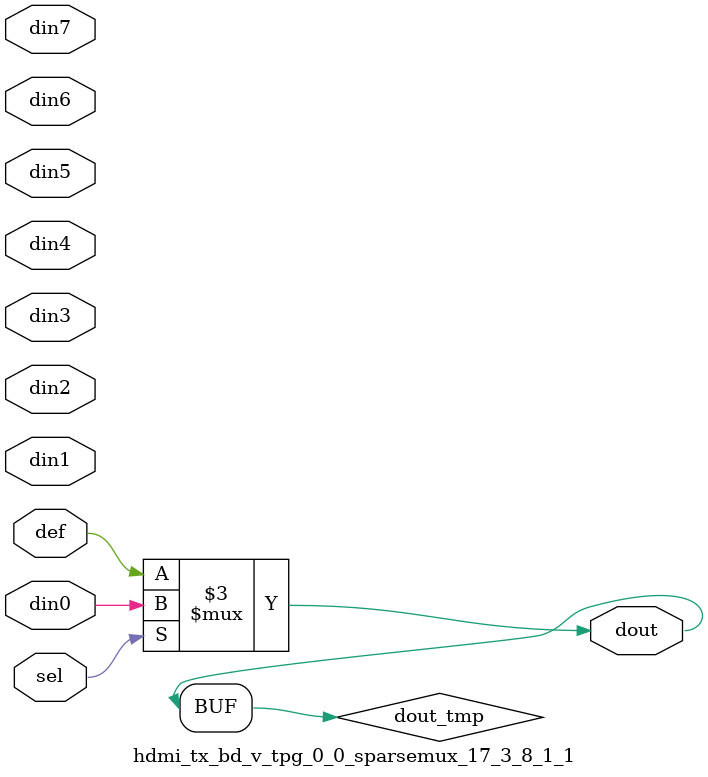
<source format=v>
`timescale 1ns / 1ps

(* DowngradeIPIdentifiedWarnings="yes" *) module hdmi_tx_bd_v_tpg_0_0_sparsemux_17_3_8_1_1 (din0,din1,din2,din3,din4,din5,din6,din7,def,sel,dout);

parameter din0_WIDTH = 1;

parameter din1_WIDTH = 1;

parameter din2_WIDTH = 1;

parameter din3_WIDTH = 1;

parameter din4_WIDTH = 1;

parameter din5_WIDTH = 1;

parameter din6_WIDTH = 1;

parameter din7_WIDTH = 1;

parameter def_WIDTH = 1;
parameter sel_WIDTH = 1;
parameter dout_WIDTH = 1;

parameter [sel_WIDTH-1:0] CASE0 = 1;

parameter [sel_WIDTH-1:0] CASE1 = 1;

parameter [sel_WIDTH-1:0] CASE2 = 1;

parameter [sel_WIDTH-1:0] CASE3 = 1;

parameter [sel_WIDTH-1:0] CASE4 = 1;

parameter [sel_WIDTH-1:0] CASE5 = 1;

parameter [sel_WIDTH-1:0] CASE6 = 1;

parameter [sel_WIDTH-1:0] CASE7 = 1;

parameter ID = 1;
parameter NUM_STAGE = 1;



input [din0_WIDTH-1:0] din0;

input [din1_WIDTH-1:0] din1;

input [din2_WIDTH-1:0] din2;

input [din3_WIDTH-1:0] din3;

input [din4_WIDTH-1:0] din4;

input [din5_WIDTH-1:0] din5;

input [din6_WIDTH-1:0] din6;

input [din7_WIDTH-1:0] din7;

input [def_WIDTH-1:0] def;
input [sel_WIDTH-1:0] sel;

output [dout_WIDTH-1:0] dout;



reg [dout_WIDTH-1:0] dout_tmp;


always @ (*) begin
(* parallel_case *) case (sel)
    
    CASE0 : dout_tmp = din0;
    
    CASE1 : dout_tmp = din1;
    
    CASE2 : dout_tmp = din2;
    
    CASE3 : dout_tmp = din3;
    
    CASE4 : dout_tmp = din4;
    
    CASE5 : dout_tmp = din5;
    
    CASE6 : dout_tmp = din6;
    
    CASE7 : dout_tmp = din7;
    
    default : dout_tmp = def;
endcase
end


assign dout = dout_tmp;



endmodule

</source>
